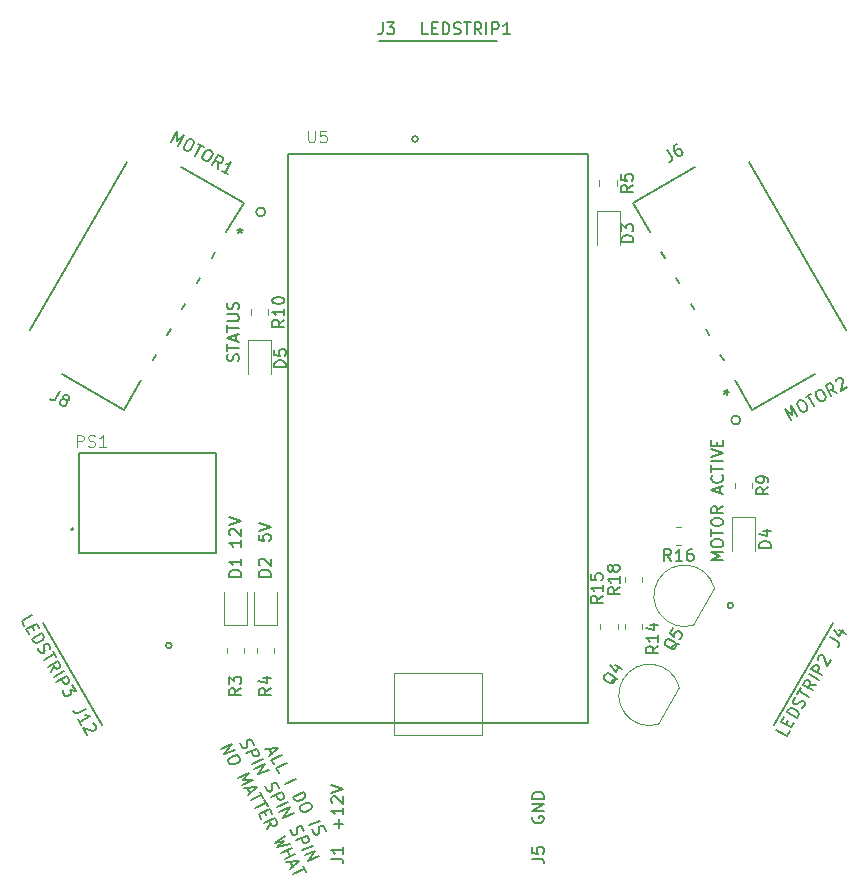
<source format=gbr>
%TF.GenerationSoftware,KiCad,Pcbnew,(5.99.0-10211-g744e70df36)*%
%TF.CreationDate,2021-04-29T03:04:50-06:00*%
%TF.ProjectId,spinnybot-motherboad,7370696e-6e79-4626-9f74-2d6d6f746865,rev?*%
%TF.SameCoordinates,Original*%
%TF.FileFunction,Legend,Top*%
%TF.FilePolarity,Positive*%
%FSLAX46Y46*%
G04 Gerber Fmt 4.6, Leading zero omitted, Abs format (unit mm)*
G04 Created by KiCad (PCBNEW (5.99.0-10211-g744e70df36)) date 2021-04-29 03:04:50*
%MOMM*%
%LPD*%
G01*
G04 APERTURE LIST*
%ADD10C,0.150000*%
%ADD11C,0.015000*%
%ADD12C,0.120000*%
%ADD13C,0.200000*%
%ADD14C,0.152400*%
%ADD15C,0.127000*%
G04 APERTURE END LIST*
D10*
X158457150Y-127608834D02*
X158695246Y-128021227D01*
X158144238Y-127638283D02*
X159239430Y-127535212D01*
X158477572Y-128215634D01*
X158882334Y-128916702D02*
X158644238Y-128504309D01*
X159572764Y-128112562D01*
X159287096Y-129617770D02*
X159049000Y-129205377D01*
X159977526Y-128813630D01*
X159834715Y-130566274D02*
X160763240Y-130174527D01*
X160453762Y-131638496D02*
X161382288Y-131246749D01*
X161501335Y-131452946D01*
X161528548Y-131595318D01*
X161487736Y-131715106D01*
X161423115Y-131793654D01*
X161270062Y-131909512D01*
X161137416Y-131965476D01*
X160936744Y-131998855D01*
X160824504Y-131994925D01*
X160688454Y-131949756D01*
X160572810Y-131844692D01*
X160453762Y-131638496D01*
X161977526Y-132277732D02*
X162072764Y-132442689D01*
X162076167Y-132543822D01*
X162035355Y-132663610D01*
X161882303Y-132779468D01*
X161572794Y-132910050D01*
X161372123Y-132943429D01*
X161236073Y-132898260D01*
X161144238Y-132834436D01*
X161049000Y-132669478D01*
X161045597Y-132568345D01*
X161086409Y-132448557D01*
X161239461Y-132332700D01*
X161548970Y-132202117D01*
X161749641Y-132168738D01*
X161885691Y-132213908D01*
X161977526Y-132277732D01*
X161858524Y-134071615D02*
X162787050Y-133679868D01*
X162117025Y-134424114D02*
X162144238Y-134566487D01*
X162263286Y-134772683D01*
X162355121Y-134836507D01*
X162423146Y-134859092D01*
X162535386Y-134863022D01*
X162623817Y-134825713D01*
X162688439Y-134747164D01*
X162708845Y-134687270D01*
X162705441Y-134586137D01*
X162654418Y-134402525D01*
X162651015Y-134301392D01*
X162671421Y-134241498D01*
X162736042Y-134162949D01*
X162824473Y-134125640D01*
X162936714Y-134129570D01*
X163004739Y-134152155D01*
X163096573Y-134215979D01*
X163215621Y-134422176D01*
X163242834Y-134564548D01*
X156032248Y-127104971D02*
X156059461Y-127247343D01*
X156178509Y-127453540D01*
X156270343Y-127517364D01*
X156338368Y-127539949D01*
X156450609Y-127543879D01*
X156539040Y-127506570D01*
X156603661Y-127428021D01*
X156624067Y-127368127D01*
X156620664Y-127266994D01*
X156569641Y-127083382D01*
X156566238Y-126982249D01*
X156586644Y-126922355D01*
X156651265Y-126843806D01*
X156739696Y-126806497D01*
X156851937Y-126810427D01*
X156919962Y-126833012D01*
X157011796Y-126896836D01*
X157130844Y-127103032D01*
X157158057Y-127245405D01*
X156488033Y-127989651D02*
X157416558Y-127597904D01*
X157607034Y-127927819D01*
X157610438Y-128028952D01*
X157590032Y-128088846D01*
X157525410Y-128167394D01*
X157392764Y-128223358D01*
X157280523Y-128219428D01*
X157212498Y-128196843D01*
X157120664Y-128133019D01*
X156930188Y-127803105D01*
X156988033Y-128855676D02*
X157916558Y-128463930D01*
X157226128Y-129268069D02*
X158154653Y-128876323D01*
X157511842Y-129762941D01*
X158440368Y-129371194D01*
X158151296Y-130775269D02*
X158178509Y-130917642D01*
X158297556Y-131123838D01*
X158389391Y-131187662D01*
X158457416Y-131210247D01*
X158569657Y-131214177D01*
X158658088Y-131176868D01*
X158722709Y-131098319D01*
X158743115Y-131038425D01*
X158739711Y-130937292D01*
X158688689Y-130753680D01*
X158685285Y-130652547D01*
X158705691Y-130592653D01*
X158770313Y-130514105D01*
X158858744Y-130476795D01*
X158970984Y-130480725D01*
X159039009Y-130503310D01*
X159130844Y-130567134D01*
X159249891Y-130773331D01*
X159277104Y-130915703D01*
X158607080Y-131659949D02*
X159535606Y-131268202D01*
X159726082Y-131598117D01*
X159729485Y-131699250D01*
X159709079Y-131759144D01*
X159644458Y-131837692D01*
X159511811Y-131893656D01*
X159399571Y-131889726D01*
X159331546Y-131867141D01*
X159239711Y-131803317D01*
X159049235Y-131473403D01*
X159107080Y-132525974D02*
X160035606Y-132134228D01*
X159345176Y-132938368D02*
X160273701Y-132546621D01*
X159630890Y-133433239D01*
X160559415Y-133041492D01*
X160270343Y-134445567D02*
X160297556Y-134587940D01*
X160416604Y-134794136D01*
X160508439Y-134857960D01*
X160576464Y-134880545D01*
X160688704Y-134884475D01*
X160777135Y-134847166D01*
X160841757Y-134768617D01*
X160862163Y-134708723D01*
X160858759Y-134607590D01*
X160807736Y-134423978D01*
X160804333Y-134322845D01*
X160824739Y-134262951D01*
X160889360Y-134184403D01*
X160977791Y-134147093D01*
X161090032Y-134151024D01*
X161158057Y-134173608D01*
X161249891Y-134237432D01*
X161368939Y-134443629D01*
X161396152Y-134586001D01*
X160726128Y-135330247D02*
X161654653Y-134938500D01*
X161845129Y-135268415D01*
X161848533Y-135369548D01*
X161828127Y-135429442D01*
X161763506Y-135507990D01*
X161630859Y-135563954D01*
X161518619Y-135560024D01*
X161450594Y-135537440D01*
X161358759Y-135473616D01*
X161168283Y-135143701D01*
X161226128Y-136196273D02*
X162154653Y-135804526D01*
X161464223Y-136608666D02*
X162392749Y-136216919D01*
X161749937Y-137103537D01*
X162678463Y-136711791D01*
X154391351Y-127578091D02*
X155319876Y-127186345D01*
X154677065Y-128072963D01*
X155605590Y-127681216D01*
X155938924Y-128258567D02*
X156034162Y-128423524D01*
X156037565Y-128524657D01*
X155996753Y-128644445D01*
X155843701Y-128760303D01*
X155534192Y-128890885D01*
X155333521Y-128924264D01*
X155197471Y-128879095D01*
X155105636Y-128815271D01*
X155010398Y-128650313D01*
X155006995Y-128549180D01*
X155047807Y-128429392D01*
X155200859Y-128313535D01*
X155510368Y-128182952D01*
X155711039Y-128149573D01*
X155847089Y-128194743D01*
X155938924Y-128258567D01*
X155819922Y-130052450D02*
X156748448Y-129660703D01*
X156251882Y-130229197D01*
X157081781Y-130238053D01*
X156153255Y-130629800D01*
X156632834Y-130889026D02*
X156870929Y-131301419D01*
X156319922Y-130918475D02*
X157415114Y-130815403D01*
X156653255Y-131495825D01*
X157677019Y-131269036D02*
X157962733Y-131763907D01*
X156891351Y-131908218D02*
X157819876Y-131516472D01*
X158057971Y-131928865D02*
X158343686Y-132423736D01*
X157272303Y-132568047D02*
X158200828Y-132176301D01*
X158068197Y-132898958D02*
X158234864Y-133187633D01*
X157819922Y-133516551D02*
X157581827Y-133104158D01*
X158510352Y-132712411D01*
X158748448Y-133124805D01*
X158319922Y-134382577D02*
X158595410Y-133907356D01*
X158034208Y-133887705D02*
X158962733Y-133495958D01*
X159153209Y-133825873D01*
X159156613Y-133927006D01*
X159136207Y-133986900D01*
X159071586Y-134065448D01*
X158938939Y-134121412D01*
X158826699Y-134117482D01*
X158758674Y-134094897D01*
X158666839Y-134031073D01*
X158476363Y-133701159D01*
X159796067Y-134939334D02*
X158986589Y-135537277D01*
X159745059Y-135422415D01*
X159177065Y-135867192D01*
X160224638Y-135681641D01*
X159486589Y-136403303D02*
X160415114Y-136011556D01*
X159972959Y-136198102D02*
X160258674Y-136692974D01*
X159772303Y-136898174D02*
X160700828Y-136506428D01*
X160251882Y-137157400D02*
X160489977Y-137569793D01*
X159938970Y-137186849D02*
X161034162Y-137083778D01*
X160272303Y-137764200D01*
X161296067Y-137537410D02*
X161581781Y-138032282D01*
X160510398Y-138176593D02*
X161438924Y-137784846D01*
%TO.C,R5*%
X189252380Y-79866666D02*
X188776190Y-80200000D01*
X189252380Y-80438095D02*
X188252380Y-80438095D01*
X188252380Y-80057142D01*
X188300000Y-79961904D01*
X188347619Y-79914285D01*
X188442857Y-79866666D01*
X188585714Y-79866666D01*
X188680952Y-79914285D01*
X188728571Y-79961904D01*
X188776190Y-80057142D01*
X188776190Y-80438095D01*
X188252380Y-78961904D02*
X188252380Y-79438095D01*
X188728571Y-79485714D01*
X188680952Y-79438095D01*
X188633333Y-79342857D01*
X188633333Y-79104761D01*
X188680952Y-79009523D01*
X188728571Y-78961904D01*
X188823809Y-78914285D01*
X189061904Y-78914285D01*
X189157142Y-78961904D01*
X189204761Y-79009523D01*
X189252380Y-79104761D01*
X189252380Y-79342857D01*
X189204761Y-79438095D01*
X189157142Y-79485714D01*
%TO.C,J12*%
X142940358Y-124196707D02*
X142320614Y-124554516D01*
X142172811Y-124584762D01*
X142042471Y-124549837D01*
X141929592Y-124449742D01*
X141881885Y-124367110D01*
X142573649Y-125565281D02*
X142287402Y-125069486D01*
X142430525Y-125317384D02*
X143298167Y-124816451D01*
X143126510Y-124805380D01*
X142996170Y-124770456D01*
X142907146Y-124711677D01*
X143549490Y-125442586D02*
X143614660Y-125460049D01*
X143703684Y-125518827D01*
X143822954Y-125725409D01*
X143829345Y-125831895D01*
X143811883Y-125897065D01*
X143753105Y-125986089D01*
X143670472Y-126033797D01*
X143522669Y-126064043D01*
X142740627Y-125854495D01*
X143050728Y-126391607D01*
X137747137Y-117204585D02*
X137508843Y-116791848D01*
X138375592Y-116291431D01*
X138367954Y-117231378D02*
X138534760Y-117520294D01*
X138152237Y-117906239D02*
X137913943Y-117493502D01*
X138780692Y-116993084D01*
X139018986Y-117405821D01*
X138366702Y-118277703D02*
X139233450Y-117777285D01*
X139352597Y-117983654D01*
X139382812Y-118131304D01*
X139347923Y-118261511D01*
X139289205Y-118350443D01*
X139147940Y-118487035D01*
X139024118Y-118558523D01*
X138835194Y-118612567D01*
X138728817Y-118618952D01*
X138598611Y-118584063D01*
X138485849Y-118484071D01*
X138366702Y-118277703D01*
X138884564Y-119079348D02*
X138914778Y-119226999D01*
X139033925Y-119433367D01*
X139122858Y-119492085D01*
X139187961Y-119509530D01*
X139294338Y-119503145D01*
X139376885Y-119455486D01*
X139435603Y-119366553D01*
X139453048Y-119301450D01*
X139446663Y-119195073D01*
X139392619Y-119006149D01*
X139386234Y-118899772D01*
X139403678Y-118834669D01*
X139462396Y-118745736D01*
X139544943Y-118698078D01*
X139651320Y-118691692D01*
X139716423Y-118709137D01*
X139805356Y-118767855D01*
X139924503Y-118974224D01*
X139954718Y-119121874D01*
X140138968Y-119345687D02*
X140424921Y-119840972D01*
X139415196Y-120093747D02*
X140281944Y-119593330D01*
X140010931Y-121125591D02*
X140256862Y-120598380D01*
X139724978Y-120630306D02*
X140591726Y-120129888D01*
X140782362Y-120460078D01*
X140788747Y-120566455D01*
X140771302Y-120631558D01*
X140712584Y-120720491D01*
X140588763Y-120791979D01*
X140482386Y-120798364D01*
X140417283Y-120780920D01*
X140328350Y-120722202D01*
X140137715Y-120392012D01*
X140225395Y-121497054D02*
X141092144Y-120996637D01*
X140463689Y-121909792D02*
X141330438Y-121409374D01*
X141521073Y-121739564D01*
X141527458Y-121845941D01*
X141510014Y-121911044D01*
X141451296Y-121999977D01*
X141327475Y-122071465D01*
X141221098Y-122077850D01*
X141155995Y-122060406D01*
X141067062Y-122001688D01*
X140876427Y-121671498D01*
X141783197Y-122193575D02*
X142092979Y-122730134D01*
X141595983Y-122631853D01*
X141667471Y-122755674D01*
X141673856Y-122862051D01*
X141656412Y-122927154D01*
X141597694Y-123016087D01*
X141391325Y-123135234D01*
X141284948Y-123141619D01*
X141219845Y-123124175D01*
X141130913Y-123065456D01*
X140987936Y-122817814D01*
X140981551Y-122711437D01*
X140998996Y-122646334D01*
%TO.C,Q4*%
X188015351Y-121606289D02*
X187926493Y-121664958D01*
X187796395Y-121699817D01*
X187601249Y-121752107D01*
X187512391Y-121810776D01*
X187464772Y-121893254D01*
X187694778Y-121971063D02*
X187605919Y-122029732D01*
X187475822Y-122064591D01*
X187287055Y-122010592D01*
X186998380Y-121843926D01*
X186857232Y-121707448D01*
X186822372Y-121577351D01*
X186828752Y-121471063D01*
X186923990Y-121306105D01*
X187012849Y-121247436D01*
X187142946Y-121212577D01*
X187331713Y-121266576D01*
X187620388Y-121433242D01*
X187761536Y-121569720D01*
X187796395Y-121699817D01*
X187790016Y-121806105D01*
X187694778Y-121971063D01*
X187760284Y-120524268D02*
X188337635Y-120857601D01*
X187311322Y-120539988D02*
X187810864Y-121103328D01*
X188120388Y-120567217D01*
%TO.C,J8*%
X140781514Y-97316903D02*
X140424371Y-97935492D01*
X140311703Y-98035401D01*
X140181605Y-98070260D01*
X140034078Y-98040071D01*
X139951599Y-97992452D01*
X141103339Y-97997580D02*
X141044670Y-97908722D01*
X141027240Y-97843673D01*
X141033620Y-97737385D01*
X141057430Y-97696146D01*
X141146288Y-97637477D01*
X141211337Y-97620047D01*
X141317625Y-97626427D01*
X141482582Y-97721665D01*
X141541251Y-97810523D01*
X141558681Y-97875572D01*
X141552301Y-97981860D01*
X141528492Y-98023099D01*
X141439633Y-98081768D01*
X141374584Y-98099198D01*
X141268296Y-98092818D01*
X141103339Y-97997580D01*
X140997051Y-97991201D01*
X140932002Y-98008630D01*
X140843144Y-98067300D01*
X140747906Y-98232257D01*
X140741526Y-98338545D01*
X140758956Y-98403594D01*
X140817625Y-98492452D01*
X140982582Y-98587690D01*
X141088870Y-98594070D01*
X141153919Y-98576640D01*
X141242777Y-98517971D01*
X141338015Y-98353014D01*
X141344395Y-98246726D01*
X141326965Y-98181677D01*
X141268296Y-98092818D01*
X150198929Y-76195937D02*
X150698929Y-75329912D01*
X150630461Y-76115168D01*
X151276279Y-75663245D01*
X150776279Y-76529271D01*
X151853630Y-75996579D02*
X152018587Y-76091817D01*
X152077256Y-76180675D01*
X152112115Y-76310773D01*
X152058117Y-76499539D01*
X151891450Y-76788215D01*
X151754973Y-76929362D01*
X151624875Y-76964222D01*
X151518587Y-76957842D01*
X151353630Y-76862604D01*
X151294960Y-76773746D01*
X151260101Y-76643648D01*
X151314100Y-76454881D01*
X151480766Y-76166206D01*
X151617244Y-76025058D01*
X151747341Y-75990199D01*
X151853630Y-75996579D01*
X152472219Y-76353721D02*
X152967091Y-76639436D01*
X152219655Y-77362604D02*
X152719655Y-76496579D01*
X153420723Y-76901340D02*
X153585680Y-76996579D01*
X153644349Y-77085437D01*
X153679209Y-77215535D01*
X153625210Y-77404301D01*
X153458544Y-77692976D01*
X153322066Y-77834124D01*
X153191968Y-77868984D01*
X153085680Y-77862604D01*
X152920723Y-77767366D01*
X152862054Y-77678507D01*
X152827194Y-77548410D01*
X152881193Y-77359643D01*
X153047860Y-77070968D01*
X153184337Y-76929820D01*
X153314435Y-76894961D01*
X153420723Y-76901340D01*
X154157902Y-78481652D02*
X154107322Y-77902592D01*
X153663031Y-78195937D02*
X154163031Y-77329912D01*
X154492945Y-77520388D01*
X154551614Y-77609246D01*
X154569044Y-77674295D01*
X154562664Y-77780583D01*
X154491236Y-77904301D01*
X154402377Y-77962970D01*
X154337328Y-77980400D01*
X154231040Y-77974020D01*
X153901126Y-77783544D01*
X154982688Y-78957842D02*
X154487817Y-78672128D01*
X154735253Y-78814985D02*
X155235253Y-77948959D01*
X155081345Y-78025058D01*
X154951248Y-78059918D01*
X154844960Y-78053538D01*
X156000138Y-83527080D02*
X156000138Y-83765176D01*
X155762042Y-83669938D02*
X156000138Y-83765176D01*
X156238233Y-83669938D01*
X155857280Y-83955652D02*
X156000138Y-83765176D01*
X156142995Y-83955652D01*
%TO.C,Q5*%
X193146632Y-118686288D02*
X193057774Y-118744957D01*
X192927676Y-118779816D01*
X192732530Y-118832106D01*
X192643672Y-118890775D01*
X192596053Y-118973253D01*
X192826059Y-119051062D02*
X192737200Y-119109731D01*
X192607103Y-119144590D01*
X192418336Y-119090591D01*
X192129661Y-118923925D01*
X191988513Y-118787447D01*
X191953653Y-118657350D01*
X191960033Y-118551062D01*
X192055271Y-118386104D01*
X192144130Y-118327435D01*
X192274227Y-118292576D01*
X192462994Y-118346575D01*
X192751669Y-118513241D01*
X192892817Y-118649719D01*
X192927676Y-118779816D01*
X192921297Y-118886104D01*
X192826059Y-119051062D01*
X192626700Y-117396361D02*
X192388605Y-117808754D01*
X192777188Y-118088089D01*
X192759758Y-118023040D01*
X192766138Y-117916752D01*
X192885186Y-117710555D01*
X192974044Y-117651886D01*
X193039093Y-117634456D01*
X193145381Y-117640836D01*
X193351578Y-117759884D01*
X193410247Y-117848742D01*
X193427676Y-117913791D01*
X193421297Y-118020079D01*
X193302249Y-118226276D01*
X193213391Y-118284945D01*
X193148342Y-118302374D01*
%TO.C,R10*%
X159742380Y-91272857D02*
X159266190Y-91606190D01*
X159742380Y-91844285D02*
X158742380Y-91844285D01*
X158742380Y-91463333D01*
X158790000Y-91368095D01*
X158837619Y-91320476D01*
X158932857Y-91272857D01*
X159075714Y-91272857D01*
X159170952Y-91320476D01*
X159218571Y-91368095D01*
X159266190Y-91463333D01*
X159266190Y-91844285D01*
X159742380Y-90320476D02*
X159742380Y-90891904D01*
X159742380Y-90606190D02*
X158742380Y-90606190D01*
X158885238Y-90701428D01*
X158980476Y-90796666D01*
X159028095Y-90891904D01*
X158742380Y-89701428D02*
X158742380Y-89606190D01*
X158790000Y-89510952D01*
X158837619Y-89463333D01*
X158932857Y-89415714D01*
X159123333Y-89368095D01*
X159361428Y-89368095D01*
X159551904Y-89415714D01*
X159647142Y-89463333D01*
X159694761Y-89510952D01*
X159742380Y-89606190D01*
X159742380Y-89701428D01*
X159694761Y-89796666D01*
X159647142Y-89844285D01*
X159551904Y-89891904D01*
X159361428Y-89939523D01*
X159123333Y-89939523D01*
X158932857Y-89891904D01*
X158837619Y-89844285D01*
X158790000Y-89796666D01*
X158742380Y-89701428D01*
%TO.C,J1*%
X163729522Y-136898850D02*
X164443808Y-136898850D01*
X164586665Y-136946469D01*
X164681903Y-137041707D01*
X164729522Y-137184564D01*
X164729522Y-137279802D01*
X164729522Y-135898850D02*
X164729522Y-136470278D01*
X164729522Y-136184564D02*
X163729522Y-136184564D01*
X163872380Y-136279802D01*
X163967618Y-136375040D01*
X164015237Y-136470278D01*
X164348570Y-134327421D02*
X164348570Y-133565517D01*
X164729522Y-133946469D02*
X163967618Y-133946469D01*
X164729522Y-132565517D02*
X164729522Y-133136945D01*
X164729522Y-132851231D02*
X163729522Y-132851231D01*
X163872380Y-132946469D01*
X163967618Y-133041707D01*
X164015237Y-133136945D01*
X163824761Y-132184564D02*
X163777142Y-132136945D01*
X163729522Y-132041707D01*
X163729522Y-131803612D01*
X163777142Y-131708374D01*
X163824761Y-131660755D01*
X163919999Y-131613136D01*
X164015237Y-131613136D01*
X164158094Y-131660755D01*
X164729522Y-132232183D01*
X164729522Y-131613136D01*
X163729522Y-131327421D02*
X164729522Y-130994088D01*
X163729522Y-130660755D01*
%TO.C,D4*%
X200952380Y-110570595D02*
X199952380Y-110570595D01*
X199952380Y-110332500D01*
X200000000Y-110189642D01*
X200095238Y-110094404D01*
X200190476Y-110046785D01*
X200380952Y-109999166D01*
X200523809Y-109999166D01*
X200714285Y-110046785D01*
X200809523Y-110094404D01*
X200904761Y-110189642D01*
X200952380Y-110332500D01*
X200952380Y-110570595D01*
X200285714Y-109142023D02*
X200952380Y-109142023D01*
X199904761Y-109380119D02*
X200619047Y-109618214D01*
X200619047Y-108999166D01*
X196902380Y-111631428D02*
X195902380Y-111631428D01*
X196616666Y-111298095D01*
X195902380Y-110964761D01*
X196902380Y-110964761D01*
X195902380Y-110298095D02*
X195902380Y-110107619D01*
X195950000Y-110012380D01*
X196045238Y-109917142D01*
X196235714Y-109869523D01*
X196569047Y-109869523D01*
X196759523Y-109917142D01*
X196854761Y-110012380D01*
X196902380Y-110107619D01*
X196902380Y-110298095D01*
X196854761Y-110393333D01*
X196759523Y-110488571D01*
X196569047Y-110536190D01*
X196235714Y-110536190D01*
X196045238Y-110488571D01*
X195950000Y-110393333D01*
X195902380Y-110298095D01*
X195902380Y-109583809D02*
X195902380Y-109012380D01*
X196902380Y-109298095D02*
X195902380Y-109298095D01*
X195902380Y-108488571D02*
X195902380Y-108298095D01*
X195950000Y-108202857D01*
X196045238Y-108107619D01*
X196235714Y-108060000D01*
X196569047Y-108060000D01*
X196759523Y-108107619D01*
X196854761Y-108202857D01*
X196902380Y-108298095D01*
X196902380Y-108488571D01*
X196854761Y-108583809D01*
X196759523Y-108679047D01*
X196569047Y-108726666D01*
X196235714Y-108726666D01*
X196045238Y-108679047D01*
X195950000Y-108583809D01*
X195902380Y-108488571D01*
X196902380Y-107060000D02*
X196426190Y-107393333D01*
X196902380Y-107631428D02*
X195902380Y-107631428D01*
X195902380Y-107250476D01*
X195950000Y-107155238D01*
X195997619Y-107107619D01*
X196092857Y-107060000D01*
X196235714Y-107060000D01*
X196330952Y-107107619D01*
X196378571Y-107155238D01*
X196426190Y-107250476D01*
X196426190Y-107631428D01*
X196616666Y-105917142D02*
X196616666Y-105440952D01*
X196902380Y-106012380D02*
X195902380Y-105679047D01*
X196902380Y-105345714D01*
X196807142Y-104440952D02*
X196854761Y-104488571D01*
X196902380Y-104631428D01*
X196902380Y-104726666D01*
X196854761Y-104869523D01*
X196759523Y-104964761D01*
X196664285Y-105012380D01*
X196473809Y-105060000D01*
X196330952Y-105060000D01*
X196140476Y-105012380D01*
X196045238Y-104964761D01*
X195950000Y-104869523D01*
X195902380Y-104726666D01*
X195902380Y-104631428D01*
X195950000Y-104488571D01*
X195997619Y-104440952D01*
X195902380Y-104155238D02*
X195902380Y-103583809D01*
X196902380Y-103869523D02*
X195902380Y-103869523D01*
X196902380Y-103250476D02*
X195902380Y-103250476D01*
X195902380Y-102917142D02*
X196902380Y-102583809D01*
X195902380Y-102250476D01*
X196378571Y-101917142D02*
X196378571Y-101583809D01*
X196902380Y-101440952D02*
X196902380Y-101917142D01*
X195902380Y-101917142D01*
X195902380Y-101440952D01*
%TO.C,R15*%
X186702380Y-114642857D02*
X186226190Y-114976190D01*
X186702380Y-115214285D02*
X185702380Y-115214285D01*
X185702380Y-114833333D01*
X185750000Y-114738095D01*
X185797619Y-114690476D01*
X185892857Y-114642857D01*
X186035714Y-114642857D01*
X186130952Y-114690476D01*
X186178571Y-114738095D01*
X186226190Y-114833333D01*
X186226190Y-115214285D01*
X186702380Y-113690476D02*
X186702380Y-114261904D01*
X186702380Y-113976190D02*
X185702380Y-113976190D01*
X185845238Y-114071428D01*
X185940476Y-114166666D01*
X185988095Y-114261904D01*
X185702380Y-112785714D02*
X185702380Y-113261904D01*
X186178571Y-113309523D01*
X186130952Y-113261904D01*
X186083333Y-113166666D01*
X186083333Y-112928571D01*
X186130952Y-112833333D01*
X186178571Y-112785714D01*
X186273809Y-112738095D01*
X186511904Y-112738095D01*
X186607142Y-112785714D01*
X186654761Y-112833333D01*
X186702380Y-112928571D01*
X186702380Y-113166666D01*
X186654761Y-113261904D01*
X186607142Y-113309523D01*
%TO.C,D1*%
X156092380Y-113018095D02*
X155092380Y-113018095D01*
X155092380Y-112780000D01*
X155140000Y-112637142D01*
X155235238Y-112541904D01*
X155330476Y-112494285D01*
X155520952Y-112446666D01*
X155663809Y-112446666D01*
X155854285Y-112494285D01*
X155949523Y-112541904D01*
X156044761Y-112637142D01*
X156092380Y-112780000D01*
X156092380Y-113018095D01*
X156092380Y-111494285D02*
X156092380Y-112065714D01*
X156092380Y-111780000D02*
X155092380Y-111780000D01*
X155235238Y-111875238D01*
X155330476Y-111970476D01*
X155378095Y-112065714D01*
X156092380Y-109899047D02*
X156092380Y-110470476D01*
X156092380Y-110184761D02*
X155092380Y-110184761D01*
X155235238Y-110280000D01*
X155330476Y-110375238D01*
X155378095Y-110470476D01*
X155187619Y-109518095D02*
X155140000Y-109470476D01*
X155092380Y-109375238D01*
X155092380Y-109137142D01*
X155140000Y-109041904D01*
X155187619Y-108994285D01*
X155282857Y-108946666D01*
X155378095Y-108946666D01*
X155520952Y-108994285D01*
X156092380Y-109565714D01*
X156092380Y-108946666D01*
X155092380Y-108660952D02*
X156092380Y-108327619D01*
X155092380Y-107994285D01*
%TO.C,R4*%
X158592379Y-122446666D02*
X158116189Y-122780000D01*
X158592379Y-123018095D02*
X157592379Y-123018095D01*
X157592379Y-122637142D01*
X157639999Y-122541904D01*
X157687618Y-122494285D01*
X157782856Y-122446666D01*
X157925713Y-122446666D01*
X158020951Y-122494285D01*
X158068570Y-122541904D01*
X158116189Y-122637142D01*
X158116189Y-123018095D01*
X157925713Y-121589523D02*
X158592379Y-121589523D01*
X157544760Y-121827619D02*
X158259046Y-122065714D01*
X158259046Y-121446666D01*
%TO.C,R18*%
X188142380Y-113922857D02*
X187666190Y-114256190D01*
X188142380Y-114494285D02*
X187142380Y-114494285D01*
X187142380Y-114113333D01*
X187190000Y-114018095D01*
X187237619Y-113970476D01*
X187332857Y-113922857D01*
X187475714Y-113922857D01*
X187570952Y-113970476D01*
X187618571Y-114018095D01*
X187666190Y-114113333D01*
X187666190Y-114494285D01*
X188142380Y-112970476D02*
X188142380Y-113541904D01*
X188142380Y-113256190D02*
X187142380Y-113256190D01*
X187285238Y-113351428D01*
X187380476Y-113446666D01*
X187428095Y-113541904D01*
X187570952Y-112399047D02*
X187523333Y-112494285D01*
X187475714Y-112541904D01*
X187380476Y-112589523D01*
X187332857Y-112589523D01*
X187237619Y-112541904D01*
X187190000Y-112494285D01*
X187142380Y-112399047D01*
X187142380Y-112208571D01*
X187190000Y-112113333D01*
X187237619Y-112065714D01*
X187332857Y-112018095D01*
X187380476Y-112018095D01*
X187475714Y-112065714D01*
X187523333Y-112113333D01*
X187570952Y-112208571D01*
X187570952Y-112399047D01*
X187618571Y-112494285D01*
X187666190Y-112541904D01*
X187761428Y-112589523D01*
X187951904Y-112589523D01*
X188047142Y-112541904D01*
X188094761Y-112494285D01*
X188142380Y-112399047D01*
X188142380Y-112208571D01*
X188094761Y-112113333D01*
X188047142Y-112065714D01*
X187951904Y-112018095D01*
X187761428Y-112018095D01*
X187666190Y-112065714D01*
X187618571Y-112113333D01*
X187570952Y-112208571D01*
%TO.C,D5*%
X159882380Y-95288095D02*
X158882380Y-95288095D01*
X158882380Y-95050000D01*
X158930000Y-94907142D01*
X159025238Y-94811904D01*
X159120476Y-94764285D01*
X159310952Y-94716666D01*
X159453809Y-94716666D01*
X159644285Y-94764285D01*
X159739523Y-94811904D01*
X159834761Y-94907142D01*
X159882380Y-95050000D01*
X159882380Y-95288095D01*
X158882380Y-93811904D02*
X158882380Y-94288095D01*
X159358571Y-94335714D01*
X159310952Y-94288095D01*
X159263333Y-94192857D01*
X159263333Y-93954761D01*
X159310952Y-93859523D01*
X159358571Y-93811904D01*
X159453809Y-93764285D01*
X159691904Y-93764285D01*
X159787142Y-93811904D01*
X159834761Y-93859523D01*
X159882380Y-93954761D01*
X159882380Y-94192857D01*
X159834761Y-94288095D01*
X159787142Y-94335714D01*
X155864761Y-94766190D02*
X155912380Y-94623333D01*
X155912380Y-94385238D01*
X155864761Y-94290000D01*
X155817142Y-94242380D01*
X155721904Y-94194761D01*
X155626666Y-94194761D01*
X155531428Y-94242380D01*
X155483809Y-94290000D01*
X155436190Y-94385238D01*
X155388571Y-94575714D01*
X155340952Y-94670952D01*
X155293333Y-94718571D01*
X155198095Y-94766190D01*
X155102857Y-94766190D01*
X155007619Y-94718571D01*
X154960000Y-94670952D01*
X154912380Y-94575714D01*
X154912380Y-94337619D01*
X154960000Y-94194761D01*
X154912380Y-93909047D02*
X154912380Y-93337619D01*
X155912380Y-93623333D02*
X154912380Y-93623333D01*
X155626666Y-93051904D02*
X155626666Y-92575714D01*
X155912380Y-93147142D02*
X154912380Y-92813809D01*
X155912380Y-92480476D01*
X154912380Y-92290000D02*
X154912380Y-91718571D01*
X155912380Y-92004285D02*
X154912380Y-92004285D01*
X154912380Y-91385238D02*
X155721904Y-91385238D01*
X155817142Y-91337619D01*
X155864761Y-91290000D01*
X155912380Y-91194761D01*
X155912380Y-91004285D01*
X155864761Y-90909047D01*
X155817142Y-90861428D01*
X155721904Y-90813809D01*
X154912380Y-90813809D01*
X155864761Y-90385238D02*
X155912380Y-90242380D01*
X155912380Y-90004285D01*
X155864761Y-89909047D01*
X155817142Y-89861428D01*
X155721904Y-89813809D01*
X155626666Y-89813809D01*
X155531428Y-89861428D01*
X155483809Y-89909047D01*
X155436190Y-90004285D01*
X155388571Y-90194761D01*
X155340952Y-90290000D01*
X155293333Y-90337619D01*
X155198095Y-90385238D01*
X155102857Y-90385238D01*
X155007619Y-90337619D01*
X154960000Y-90290000D01*
X154912380Y-90194761D01*
X154912380Y-89956666D01*
X154960000Y-89813809D01*
%TO.C,D3*%
X189302380Y-84688095D02*
X188302380Y-84688095D01*
X188302380Y-84450000D01*
X188350000Y-84307142D01*
X188445238Y-84211904D01*
X188540476Y-84164285D01*
X188730952Y-84116666D01*
X188873809Y-84116666D01*
X189064285Y-84164285D01*
X189159523Y-84211904D01*
X189254761Y-84307142D01*
X189302380Y-84450000D01*
X189302380Y-84688095D01*
X188302380Y-83783333D02*
X188302380Y-83164285D01*
X188683333Y-83497619D01*
X188683333Y-83354761D01*
X188730952Y-83259523D01*
X188778571Y-83211904D01*
X188873809Y-83164285D01*
X189111904Y-83164285D01*
X189207142Y-83211904D01*
X189254761Y-83259523D01*
X189302380Y-83354761D01*
X189302380Y-83640476D01*
X189254761Y-83735714D01*
X189207142Y-83783333D01*
%TO.C,J6*%
X192195419Y-76865626D02*
X192552562Y-77484216D01*
X192582751Y-77631743D01*
X192547891Y-77761841D01*
X192447983Y-77874509D01*
X192365504Y-77922128D01*
X192978966Y-76413245D02*
X192814008Y-76508483D01*
X192755339Y-76597342D01*
X192737910Y-76662390D01*
X192726860Y-76833727D01*
X192780858Y-77022494D01*
X192971334Y-77352409D01*
X193060193Y-77411078D01*
X193125242Y-77428507D01*
X193231530Y-77422128D01*
X193396487Y-77326890D01*
X193455156Y-77238031D01*
X193472586Y-77172982D01*
X193466206Y-77066694D01*
X193347159Y-76860498D01*
X193258300Y-76801829D01*
X193193251Y-76784399D01*
X193086963Y-76790779D01*
X192922006Y-76886017D01*
X192863337Y-76974875D01*
X192845907Y-77039924D01*
X192852287Y-77146212D01*
X202612834Y-99718643D02*
X202112834Y-98852617D01*
X202758652Y-99304540D01*
X202690184Y-98519284D01*
X203190184Y-99385309D01*
X203267534Y-98185950D02*
X203432492Y-98090712D01*
X203538780Y-98084333D01*
X203668877Y-98119192D01*
X203805355Y-98260340D01*
X203972022Y-98549015D01*
X204026020Y-98737782D01*
X203991161Y-98867879D01*
X203932492Y-98956738D01*
X203767534Y-99051976D01*
X203661246Y-99058356D01*
X203531149Y-99023496D01*
X203394671Y-98882348D01*
X203228005Y-98593673D01*
X203174006Y-98404906D01*
X203208865Y-98274809D01*
X203267534Y-98185950D01*
X203886124Y-97828808D02*
X204380996Y-97543093D01*
X204633560Y-98551976D02*
X204133560Y-97685950D01*
X204834628Y-97281189D02*
X204999585Y-97185950D01*
X205105873Y-97179571D01*
X205235971Y-97214430D01*
X205372448Y-97355578D01*
X205539115Y-97644253D01*
X205593114Y-97833020D01*
X205558254Y-97963117D01*
X205499585Y-98051976D01*
X205334628Y-98147214D01*
X205228340Y-98153594D01*
X205098242Y-98118734D01*
X204961765Y-97977586D01*
X204795098Y-97688911D01*
X204741099Y-97500145D01*
X204775959Y-97370047D01*
X204834628Y-97281189D01*
X206571807Y-97432928D02*
X206045037Y-97187202D01*
X206076936Y-97718643D02*
X205576936Y-96852617D01*
X205906850Y-96662141D01*
X206013138Y-96655761D01*
X206078187Y-96673191D01*
X206167045Y-96731860D01*
X206238474Y-96855578D01*
X206244854Y-96961866D01*
X206227424Y-97026915D01*
X206168755Y-97115773D01*
X205838840Y-97306249D01*
X206449341Y-96458905D02*
X206466770Y-96393856D01*
X206525440Y-96304998D01*
X206731636Y-96185950D01*
X206837924Y-96179571D01*
X206902973Y-96197000D01*
X206991831Y-96255670D01*
X207039450Y-96338148D01*
X207069640Y-96485676D01*
X206860482Y-97266262D01*
X207396593Y-96956738D01*
X196977408Y-97300890D02*
X197183605Y-97419938D01*
X196982079Y-97578515D02*
X197183605Y-97419938D01*
X197220174Y-97166122D01*
X197277134Y-97638894D02*
X197183605Y-97419938D01*
X197419991Y-97391458D01*
%TO.C,R3*%
X156092379Y-122446666D02*
X155616189Y-122780000D01*
X156092379Y-123018095D02*
X155092379Y-123018095D01*
X155092379Y-122637142D01*
X155139999Y-122541904D01*
X155187618Y-122494285D01*
X155282856Y-122446666D01*
X155425713Y-122446666D01*
X155520951Y-122494285D01*
X155568570Y-122541904D01*
X155616189Y-122637142D01*
X155616189Y-123018095D01*
X155092379Y-122113333D02*
X155092379Y-121494285D01*
X155473332Y-121827619D01*
X155473332Y-121684761D01*
X155520951Y-121589523D01*
X155568570Y-121541904D01*
X155663808Y-121494285D01*
X155901903Y-121494285D01*
X155997141Y-121541904D01*
X156044760Y-121589523D01*
X156092379Y-121684761D01*
X156092379Y-121970476D01*
X156044760Y-122065714D01*
X155997141Y-122113333D01*
%TO.C,D2*%
X158592380Y-113018095D02*
X157592380Y-113018095D01*
X157592380Y-112780000D01*
X157640000Y-112637142D01*
X157735238Y-112541904D01*
X157830476Y-112494285D01*
X158020952Y-112446666D01*
X158163809Y-112446666D01*
X158354285Y-112494285D01*
X158449523Y-112541904D01*
X158544761Y-112637142D01*
X158592380Y-112780000D01*
X158592380Y-113018095D01*
X157687619Y-112065714D02*
X157640000Y-112018095D01*
X157592380Y-111922857D01*
X157592380Y-111684761D01*
X157640000Y-111589523D01*
X157687619Y-111541904D01*
X157782857Y-111494285D01*
X157878095Y-111494285D01*
X158020952Y-111541904D01*
X158592380Y-112113333D01*
X158592380Y-111494285D01*
X157592380Y-109470476D02*
X157592380Y-109946666D01*
X158068571Y-109994285D01*
X158020952Y-109946666D01*
X157973333Y-109851428D01*
X157973333Y-109613333D01*
X158020952Y-109518095D01*
X158068571Y-109470476D01*
X158163809Y-109422857D01*
X158401904Y-109422857D01*
X158497142Y-109470476D01*
X158544761Y-109518095D01*
X158592380Y-109613333D01*
X158592380Y-109851428D01*
X158544761Y-109946666D01*
X158497142Y-109994285D01*
X157592380Y-109137142D02*
X158592380Y-108803809D01*
X157592380Y-108470476D01*
D11*
%TO.C,PS1*%
X142185714Y-102022380D02*
X142185714Y-101022380D01*
X142566666Y-101022380D01*
X142661904Y-101070000D01*
X142709523Y-101117619D01*
X142757142Y-101212857D01*
X142757142Y-101355714D01*
X142709523Y-101450952D01*
X142661904Y-101498571D01*
X142566666Y-101546190D01*
X142185714Y-101546190D01*
X143138095Y-101974761D02*
X143280952Y-102022380D01*
X143519047Y-102022380D01*
X143614285Y-101974761D01*
X143661904Y-101927142D01*
X143709523Y-101831904D01*
X143709523Y-101736666D01*
X143661904Y-101641428D01*
X143614285Y-101593809D01*
X143519047Y-101546190D01*
X143328571Y-101498571D01*
X143233333Y-101450952D01*
X143185714Y-101403333D01*
X143138095Y-101308095D01*
X143138095Y-101212857D01*
X143185714Y-101117619D01*
X143233333Y-101070000D01*
X143328571Y-101022380D01*
X143566666Y-101022380D01*
X143709523Y-101070000D01*
X144661904Y-102022380D02*
X144090476Y-102022380D01*
X144376190Y-102022380D02*
X144376190Y-101022380D01*
X144280952Y-101165238D01*
X144185714Y-101260476D01*
X144090476Y-101308095D01*
D10*
%TO.C,R16*%
X192497142Y-111692380D02*
X192163809Y-111216190D01*
X191925714Y-111692380D02*
X191925714Y-110692380D01*
X192306666Y-110692380D01*
X192401904Y-110740000D01*
X192449523Y-110787619D01*
X192497142Y-110882857D01*
X192497142Y-111025714D01*
X192449523Y-111120952D01*
X192401904Y-111168571D01*
X192306666Y-111216190D01*
X191925714Y-111216190D01*
X193449523Y-111692380D02*
X192878095Y-111692380D01*
X193163809Y-111692380D02*
X193163809Y-110692380D01*
X193068571Y-110835238D01*
X192973333Y-110930476D01*
X192878095Y-110978095D01*
X194306666Y-110692380D02*
X194116190Y-110692380D01*
X194020952Y-110740000D01*
X193973333Y-110787619D01*
X193878095Y-110930476D01*
X193830476Y-111120952D01*
X193830476Y-111501904D01*
X193878095Y-111597142D01*
X193925714Y-111644761D01*
X194020952Y-111692380D01*
X194211428Y-111692380D01*
X194306666Y-111644761D01*
X194354285Y-111597142D01*
X194401904Y-111501904D01*
X194401904Y-111263809D01*
X194354285Y-111168571D01*
X194306666Y-111120952D01*
X194211428Y-111073333D01*
X194020952Y-111073333D01*
X193925714Y-111120952D01*
X193878095Y-111168571D01*
X193830476Y-111263809D01*
%TO.C,J4*%
X205963504Y-118124389D02*
X206583248Y-118482198D01*
X206683342Y-118595076D01*
X206718267Y-118725417D01*
X206688021Y-118873220D01*
X206640314Y-118955852D01*
X206705943Y-117506358D02*
X207284370Y-117840313D01*
X206256143Y-117522107D02*
X206756617Y-118086498D01*
X207066718Y-117549387D01*
X202527679Y-126078210D02*
X202289385Y-126490948D01*
X201422637Y-125990530D01*
X202240474Y-125527171D02*
X202407280Y-125238254D01*
X202932779Y-125376557D02*
X202694485Y-125789294D01*
X201827737Y-125288877D01*
X202066031Y-124876139D01*
X203147244Y-125005093D02*
X202280495Y-124504676D01*
X202399642Y-124298307D01*
X202512404Y-124198315D01*
X202642611Y-124163426D01*
X202748987Y-124169811D01*
X202937912Y-124223855D01*
X203061733Y-124295344D01*
X203202999Y-124431935D01*
X203261717Y-124520867D01*
X203296605Y-124651074D01*
X203266391Y-124798724D01*
X203147244Y-125005093D01*
X203582558Y-124155789D02*
X203695320Y-124055797D01*
X203814467Y-123849428D01*
X203820852Y-123743051D01*
X203803408Y-123677948D01*
X203744690Y-123589016D01*
X203662142Y-123541357D01*
X203555765Y-123534972D01*
X203490662Y-123552416D01*
X203401730Y-123611134D01*
X203265138Y-123752400D01*
X203176206Y-123811118D01*
X203111103Y-123828562D01*
X203004726Y-123822177D01*
X202922178Y-123774518D01*
X202863460Y-123685586D01*
X202846016Y-123620483D01*
X202852401Y-123514106D01*
X202971548Y-123307737D01*
X203084310Y-123207745D01*
X203186013Y-122936273D02*
X203471966Y-122440989D01*
X204195738Y-123189049D02*
X203328989Y-122688631D01*
X204791473Y-122157205D02*
X204211930Y-122207827D01*
X204505520Y-122652490D02*
X203638771Y-122152072D01*
X203829407Y-121821882D01*
X203918339Y-121763164D01*
X203983442Y-121745720D01*
X204089819Y-121752105D01*
X204213640Y-121823593D01*
X204272358Y-121912526D01*
X204289803Y-121977629D01*
X204283418Y-122084006D01*
X204092783Y-122414196D01*
X205005937Y-121785741D02*
X204139189Y-121285324D01*
X205244231Y-121373004D02*
X204377483Y-120872586D01*
X204568118Y-120542397D01*
X204657051Y-120483678D01*
X204722154Y-120466234D01*
X204828531Y-120472619D01*
X204952352Y-120544107D01*
X205011070Y-120633040D01*
X205028514Y-120698143D01*
X205022129Y-120804520D01*
X204831494Y-121134710D01*
X204936618Y-120094770D02*
X204919174Y-120029667D01*
X204925559Y-119923290D01*
X205044706Y-119716922D01*
X205133639Y-119658204D01*
X205198742Y-119640759D01*
X205305119Y-119647144D01*
X205387666Y-119694803D01*
X205487658Y-119807565D01*
X205696990Y-120588803D01*
X206006772Y-120052244D01*
%TO.C,R14*%
X191412380Y-118902857D02*
X190936190Y-119236190D01*
X191412380Y-119474285D02*
X190412380Y-119474285D01*
X190412380Y-119093333D01*
X190460000Y-118998095D01*
X190507619Y-118950476D01*
X190602857Y-118902857D01*
X190745714Y-118902857D01*
X190840952Y-118950476D01*
X190888571Y-118998095D01*
X190936190Y-119093333D01*
X190936190Y-119474285D01*
X191412380Y-117950476D02*
X191412380Y-118521904D01*
X191412380Y-118236190D02*
X190412380Y-118236190D01*
X190555238Y-118331428D01*
X190650476Y-118426666D01*
X190698095Y-118521904D01*
X190745714Y-117093333D02*
X191412380Y-117093333D01*
X190364761Y-117331428D02*
X191079047Y-117569523D01*
X191079047Y-116950476D01*
%TO.C,J5*%
X180729522Y-136898850D02*
X181443808Y-136898850D01*
X181586665Y-136946469D01*
X181681903Y-137041707D01*
X181729522Y-137184564D01*
X181729522Y-137279802D01*
X180729522Y-135946469D02*
X180729522Y-136422659D01*
X181205713Y-136470278D01*
X181158094Y-136422659D01*
X181110475Y-136327421D01*
X181110475Y-136089326D01*
X181158094Y-135994088D01*
X181205713Y-135946469D01*
X181300951Y-135898850D01*
X181539046Y-135898850D01*
X181634284Y-135946469D01*
X181681903Y-135994088D01*
X181729522Y-136089326D01*
X181729522Y-136327421D01*
X181681903Y-136422659D01*
X181634284Y-136470278D01*
X180777142Y-133327421D02*
X180729522Y-133422659D01*
X180729522Y-133565517D01*
X180777142Y-133708374D01*
X180872380Y-133803612D01*
X180967618Y-133851231D01*
X181158094Y-133898850D01*
X181300951Y-133898850D01*
X181491427Y-133851231D01*
X181586665Y-133803612D01*
X181681903Y-133708374D01*
X181729522Y-133565517D01*
X181729522Y-133470278D01*
X181681903Y-133327421D01*
X181634284Y-133279802D01*
X181300951Y-133279802D01*
X181300951Y-133470278D01*
X181729522Y-132851231D02*
X180729522Y-132851231D01*
X181729522Y-132279802D01*
X180729522Y-132279802D01*
X181729522Y-131803612D02*
X180729522Y-131803612D01*
X180729522Y-131565517D01*
X180777142Y-131422659D01*
X180872380Y-131327421D01*
X180967618Y-131279802D01*
X181158094Y-131232183D01*
X181300951Y-131232183D01*
X181491427Y-131279802D01*
X181586665Y-131327421D01*
X181681903Y-131422659D01*
X181729522Y-131565517D01*
X181729522Y-131803612D01*
%TO.C,J3*%
X168074428Y-66096877D02*
X168074428Y-66812495D01*
X168026721Y-66955619D01*
X167931305Y-67051035D01*
X167788181Y-67098743D01*
X167692765Y-67098743D01*
X168456092Y-66096877D02*
X169076294Y-66096877D01*
X168742339Y-66478540D01*
X168885463Y-66478540D01*
X168980879Y-66526248D01*
X169028587Y-66573956D01*
X169076294Y-66669371D01*
X169076294Y-66907911D01*
X169028587Y-67003327D01*
X168980879Y-67051035D01*
X168885463Y-67098743D01*
X168599215Y-67098743D01*
X168503800Y-67051035D01*
X168456092Y-67003327D01*
X171914524Y-67098276D02*
X171437936Y-67098276D01*
X171437936Y-66097441D01*
X172248135Y-66574029D02*
X172581747Y-66574029D01*
X172724723Y-67098276D02*
X172248135Y-67098276D01*
X172248135Y-66097441D01*
X172724723Y-66097441D01*
X173153653Y-67098276D02*
X173153653Y-66097441D01*
X173391947Y-66097441D01*
X173534923Y-66145100D01*
X173630241Y-66240418D01*
X173677900Y-66335735D01*
X173725558Y-66526370D01*
X173725558Y-66669347D01*
X173677900Y-66859982D01*
X173630241Y-66955300D01*
X173534923Y-67050617D01*
X173391947Y-67098276D01*
X173153653Y-67098276D01*
X174106829Y-67050617D02*
X174249805Y-67098276D01*
X174488099Y-67098276D01*
X174583417Y-67050617D01*
X174631076Y-67002959D01*
X174678735Y-66907641D01*
X174678735Y-66812323D01*
X174631076Y-66717006D01*
X174583417Y-66669347D01*
X174488099Y-66621688D01*
X174297464Y-66574029D01*
X174202147Y-66526370D01*
X174154488Y-66478712D01*
X174106829Y-66383394D01*
X174106829Y-66288076D01*
X174154488Y-66192759D01*
X174202147Y-66145100D01*
X174297464Y-66097441D01*
X174535758Y-66097441D01*
X174678735Y-66145100D01*
X174964687Y-66097441D02*
X175536593Y-66097441D01*
X175250640Y-67098276D02*
X175250640Y-66097441D01*
X176442111Y-67098276D02*
X176108499Y-66621688D01*
X175870205Y-67098276D02*
X175870205Y-66097441D01*
X176251475Y-66097441D01*
X176346793Y-66145100D01*
X176394452Y-66192759D01*
X176442111Y-66288076D01*
X176442111Y-66431053D01*
X176394452Y-66526370D01*
X176346793Y-66574029D01*
X176251475Y-66621688D01*
X175870205Y-66621688D01*
X176871040Y-67098276D02*
X176871040Y-66097441D01*
X177347628Y-67098276D02*
X177347628Y-66097441D01*
X177728898Y-66097441D01*
X177824216Y-66145100D01*
X177871875Y-66192759D01*
X177919534Y-66288076D01*
X177919534Y-66431053D01*
X177871875Y-66526370D01*
X177824216Y-66574029D01*
X177728898Y-66621688D01*
X177347628Y-66621688D01*
X178872710Y-67098276D02*
X178300804Y-67098276D01*
X178586757Y-67098276D02*
X178586757Y-66097441D01*
X178491439Y-66240418D01*
X178396122Y-66335735D01*
X178300804Y-66383394D01*
%TO.C,R9*%
X200732380Y-105466666D02*
X200256190Y-105800000D01*
X200732380Y-106038095D02*
X199732380Y-106038095D01*
X199732380Y-105657142D01*
X199780000Y-105561904D01*
X199827619Y-105514285D01*
X199922857Y-105466666D01*
X200065714Y-105466666D01*
X200160952Y-105514285D01*
X200208571Y-105561904D01*
X200256190Y-105657142D01*
X200256190Y-106038095D01*
X200732380Y-104990476D02*
X200732380Y-104800000D01*
X200684761Y-104704761D01*
X200637142Y-104657142D01*
X200494285Y-104561904D01*
X200303809Y-104514285D01*
X199922857Y-104514285D01*
X199827619Y-104561904D01*
X199780000Y-104609523D01*
X199732380Y-104704761D01*
X199732380Y-104895238D01*
X199780000Y-104990476D01*
X199827619Y-105038095D01*
X199922857Y-105085714D01*
X200160952Y-105085714D01*
X200256190Y-105038095D01*
X200303809Y-104990476D01*
X200351428Y-104895238D01*
X200351428Y-104704761D01*
X200303809Y-104609523D01*
X200256190Y-104561904D01*
X200160952Y-104514285D01*
D11*
%TO.C,U5*%
X161764943Y-75247686D02*
X161764943Y-76057522D01*
X161812580Y-76152797D01*
X161860218Y-76200435D01*
X161955492Y-76248072D01*
X162146042Y-76248072D01*
X162241317Y-76200435D01*
X162288954Y-76152797D01*
X162336592Y-76057522D01*
X162336592Y-75247686D01*
X163289340Y-75247686D02*
X162812966Y-75247686D01*
X162765329Y-75724060D01*
X162812966Y-75676423D01*
X162908241Y-75628786D01*
X163146428Y-75628786D01*
X163241703Y-75676423D01*
X163289340Y-75724060D01*
X163336978Y-75819335D01*
X163336978Y-76057522D01*
X163289340Y-76152797D01*
X163241703Y-76200435D01*
X163146428Y-76248072D01*
X162908241Y-76248072D01*
X162812966Y-76200435D01*
X162765329Y-76152797D01*
D12*
%TO.C,R5*%
X186415000Y-79472936D02*
X186415000Y-79927064D01*
X187885000Y-79472936D02*
X187885000Y-79927064D01*
D13*
%TO.C,J12*%
X144321725Y-125586588D02*
X139346725Y-116969636D01*
X150212756Y-118834460D02*
G75*
G03*
X150212756Y-118834460I-240000J0D01*
G01*
D12*
%TO.C,Q4*%
X191373916Y-125513846D02*
X193173916Y-122396155D01*
X193183176Y-122357072D02*
G75*
G03*
X188420103Y-121730001I-2511407J-672929D01*
G01*
X191344698Y-125541408D02*
G75*
G02*
X188420103Y-121730001I-672929J2511407D01*
G01*
D14*
%TO.C,J8*%
X156300733Y-81365094D02*
X151027973Y-78320865D01*
X140906073Y-95852510D02*
X146178833Y-98896740D01*
X151105003Y-90364363D02*
X151374563Y-89897471D01*
X148605003Y-94694490D02*
X148874563Y-94227598D01*
X146178833Y-98896740D02*
X147624563Y-96392662D01*
X152355003Y-88199299D02*
X152624563Y-87732408D01*
X153605003Y-86034236D02*
X153874563Y-85567344D01*
X146460756Y-77885234D02*
X138245197Y-92115000D01*
X154855003Y-83869172D02*
X156300733Y-81365094D01*
X149855003Y-92529426D02*
X150124563Y-92062535D01*
X158132201Y-82141209D02*
G75*
G03*
X158132201Y-82141209I-380999J0D01*
G01*
D12*
%TO.C,Q5*%
X194343916Y-117123846D02*
X196143916Y-114006155D01*
X196153176Y-113967072D02*
G75*
G03*
X191390103Y-113340001I-2511407J-672929D01*
G01*
X194314698Y-117151408D02*
G75*
G02*
X191390103Y-113340001I-672929J2511407D01*
G01*
%TO.C,R10*%
X158375000Y-90372936D02*
X158375000Y-90827064D01*
X156905000Y-90372936D02*
X156905000Y-90827064D01*
%TO.C,D4*%
X197670000Y-107972500D02*
X197670000Y-110832500D01*
X199590000Y-107972500D02*
X197670000Y-107972500D01*
X199590000Y-110832500D02*
X199590000Y-107972500D01*
%TO.C,R15*%
X186505000Y-117477064D02*
X186505000Y-117022936D01*
X187975000Y-117477064D02*
X187975000Y-117022936D01*
%TO.C,D1*%
X156600000Y-117140000D02*
X156600000Y-114280000D01*
X154680000Y-117140000D02*
X156600000Y-117140000D01*
X154680000Y-114280000D02*
X154680000Y-117140000D01*
%TO.C,R4*%
X157404999Y-119507064D02*
X157404999Y-119052936D01*
X158874999Y-119507064D02*
X158874999Y-119052936D01*
%TO.C,R18*%
X190075000Y-113507064D02*
X190075000Y-113052936D01*
X188605000Y-113507064D02*
X188605000Y-113052936D01*
%TO.C,D5*%
X156680000Y-93002500D02*
X156680000Y-95862500D01*
X158600000Y-93002500D02*
X156680000Y-93002500D01*
X158600000Y-95862500D02*
X158600000Y-93002500D01*
%TO.C,D3*%
X186240000Y-82090000D02*
X186240000Y-84950000D01*
X188160000Y-84950000D02*
X188160000Y-82090000D01*
X188160000Y-82090000D02*
X186240000Y-82090000D01*
D14*
%TO.C,J6*%
X191679721Y-85567344D02*
X191949281Y-86034236D01*
X199375451Y-98896740D02*
X204648211Y-95852510D01*
X197929721Y-96392662D02*
X199375451Y-98896740D01*
X189253551Y-81365094D02*
X190699281Y-83869172D01*
X194179721Y-89897471D02*
X194449281Y-90364363D01*
X196679721Y-94227598D02*
X196949281Y-94694490D01*
X192929721Y-87732408D02*
X193199281Y-88199299D01*
X194526311Y-78320865D02*
X189253551Y-81365094D01*
X195429721Y-92062535D02*
X195699281Y-92529426D01*
X207309087Y-92115000D02*
X199093528Y-77885234D01*
X198359081Y-99764825D02*
G75*
G03*
X198359081Y-99764825I-380999J0D01*
G01*
D12*
%TO.C,R3*%
X156374999Y-119507064D02*
X156374999Y-119052936D01*
X154904999Y-119507064D02*
X154904999Y-119052936D01*
%TO.C,D2*%
X157180000Y-114280000D02*
X157180000Y-117140000D01*
X157180000Y-117140000D02*
X159100000Y-117140000D01*
X159100000Y-117140000D02*
X159100000Y-114280000D01*
D15*
%TO.C,PS1*%
X153940000Y-111010000D02*
X153940000Y-102510000D01*
X153940000Y-102510000D02*
X142340000Y-102510000D01*
X142340000Y-102510000D02*
X142340000Y-111010000D01*
X142340000Y-111010000D02*
X153940000Y-111010000D01*
D13*
X141890000Y-109010000D02*
G75*
G03*
X141890000Y-109010000I-100000J0D01*
G01*
D12*
%TO.C,R16*%
X193367064Y-108855000D02*
X192912936Y-108855000D01*
X193367064Y-110325000D02*
X192912936Y-110325000D01*
D13*
%TO.C,J4*%
X206195167Y-116970421D02*
X201220167Y-125587373D01*
X197762136Y-115452549D02*
G75*
G03*
X197762136Y-115452549I-240000J0D01*
G01*
D12*
%TO.C,R14*%
X190075000Y-117477064D02*
X190075000Y-117022936D01*
X188605000Y-117477064D02*
X188605000Y-117022936D01*
D13*
%TO.C,J3*%
X167802142Y-67695518D02*
X177752142Y-67695518D01*
X171064142Y-75965518D02*
G75*
G03*
X171064142Y-75965518I-240000J0D01*
G01*
D12*
%TO.C,R9*%
X199365000Y-105072936D02*
X199365000Y-105527064D01*
X197895000Y-105072936D02*
X197895000Y-105527064D01*
D15*
%TO.C,U5*%
X160077142Y-125445517D02*
X160077142Y-77195517D01*
X185477142Y-77195517D02*
X185477142Y-125445517D01*
X185477142Y-125445517D02*
X160077142Y-125445517D01*
X160077142Y-77195517D02*
X185477142Y-77195517D01*
D12*
X169077142Y-121145517D02*
X176477142Y-121145517D01*
X176477142Y-121145517D02*
X176477142Y-126445517D01*
X176477142Y-126445517D02*
X169077142Y-126445517D01*
X169077142Y-126445517D02*
X169077142Y-121145517D01*
%TD*%
M02*

</source>
